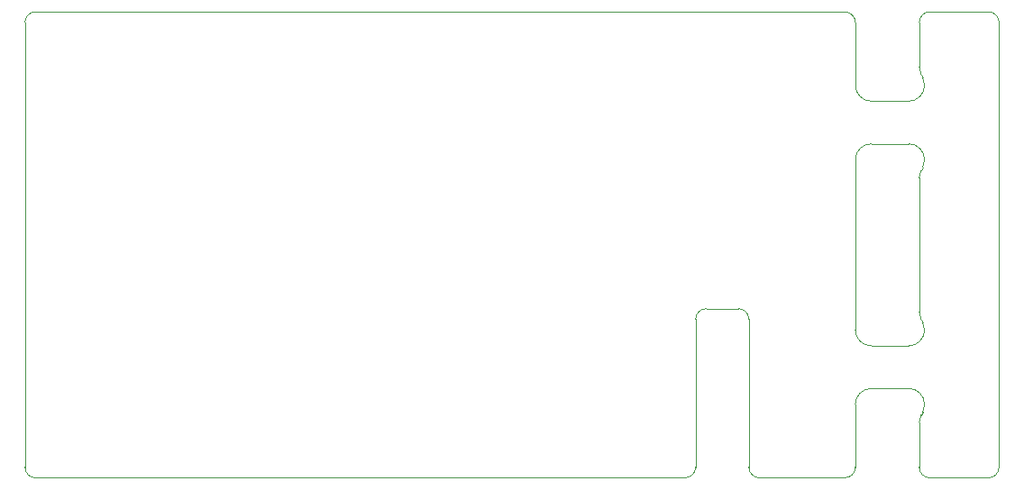
<source format=gbr>
G04 #@! TF.GenerationSoftware,KiCad,Pcbnew,(6.0.10-0)*
G04 #@! TF.CreationDate,2022-12-21T23:03:14+01:00*
G04 #@! TF.ProjectId,ATMEL-ICE-Octopus,41544d45-4c2d-4494-9345-2d4f63746f70,B5*
G04 #@! TF.SameCoordinates,Original*
G04 #@! TF.FileFunction,Profile,NP*
%FSLAX46Y46*%
G04 Gerber Fmt 4.6, Leading zero omitted, Abs format (unit mm)*
G04 Created by KiCad (PCBNEW (6.0.10-0)) date 2022-12-21 23:03:14*
%MOMM*%
%LPD*%
G01*
G04 APERTURE LIST*
G04 #@! TA.AperFunction,Profile*
%ADD10C,0.100000*%
G04 #@! TD*
G04 APERTURE END LIST*
D10*
X184000000Y-93700000D02*
X184000000Y-106300000D01*
X184320707Y-92711150D02*
G75*
G03*
X184500000Y-92000000I-1320707J711150D01*
G01*
X168000000Y-107000000D02*
G75*
G03*
X167000000Y-106000000I-1000000J0D01*
G01*
X184320707Y-115711150D02*
G75*
G03*
X184500000Y-115000000I-1320707J711150D01*
G01*
X184500000Y-108000000D02*
G75*
G03*
X184320707Y-107288850I-1500000J0D01*
G01*
X184179293Y-92988850D02*
X184320707Y-92711150D01*
X100000000Y-120900000D02*
X100000000Y-79100000D01*
X168000000Y-120900000D02*
G75*
G03*
X169000000Y-121900000I1000000J0D01*
G01*
X163000000Y-120900000D02*
X163000000Y-107000000D01*
X190500000Y-121900000D02*
G75*
G03*
X191500000Y-120900000I0J1000000D01*
G01*
X178000000Y-108000000D02*
G75*
G03*
X179500000Y-109500000I1500000J0D01*
G01*
X178000000Y-120900000D02*
X178000000Y-115000000D01*
X184000000Y-83300000D02*
G75*
G03*
X184179293Y-84011150I1500000J0D01*
G01*
X184500000Y-85000000D02*
G75*
G03*
X184320707Y-84288850I-1500000J0D01*
G01*
X183000000Y-109500000D02*
G75*
G03*
X184500000Y-108000000I0J1500000D01*
G01*
X164000000Y-106000000D02*
G75*
G03*
X163000000Y-107000000I0J-1000000D01*
G01*
X184500000Y-92000000D02*
G75*
G03*
X183000000Y-90500000I-1500000J0D01*
G01*
X178000000Y-85000000D02*
X178000000Y-79100000D01*
X184000000Y-120900000D02*
G75*
G03*
X185000000Y-121900000I1000000J0D01*
G01*
X177000000Y-121900000D02*
X169000000Y-121900000D01*
X177000000Y-121900000D02*
G75*
G03*
X178000000Y-120900000I0J1000000D01*
G01*
X177000000Y-78100000D02*
X101000000Y-78100000D01*
X162000000Y-121900000D02*
X101000000Y-121900000D01*
X184000000Y-79100000D02*
X184000000Y-83300000D01*
X190500000Y-121900000D02*
X185000000Y-121900000D01*
X183000000Y-109500000D02*
X179500000Y-109500000D01*
X184179293Y-115988850D02*
G75*
G03*
X184000000Y-116700000I1320707J-711150D01*
G01*
X178000000Y-79100000D02*
G75*
G03*
X177000000Y-78100000I-1000000J0D01*
G01*
X178000000Y-108000000D02*
X178000000Y-92000000D01*
X162000000Y-121900000D02*
G75*
G03*
X163000000Y-120900000I0J1000000D01*
G01*
X167000000Y-106000000D02*
X164000000Y-106000000D01*
X184179293Y-107011150D02*
X184320707Y-107288850D01*
X101000000Y-78100000D02*
G75*
G03*
X100000000Y-79100000I0J-1000000D01*
G01*
X184000000Y-116700000D02*
X184000000Y-120900000D01*
X185000000Y-78100000D02*
G75*
G03*
X184000000Y-79100000I0J-1000000D01*
G01*
X100000000Y-120900000D02*
G75*
G03*
X101000000Y-121900000I1000000J0D01*
G01*
X183000000Y-113500000D02*
X179500000Y-113500000D01*
X179500000Y-90500000D02*
G75*
G03*
X178000000Y-92000000I0J-1500000D01*
G01*
X184179293Y-92988850D02*
G75*
G03*
X184000000Y-93700000I1320707J-711150D01*
G01*
X184500000Y-115000000D02*
G75*
G03*
X183000000Y-113500000I-1500000J0D01*
G01*
X183000000Y-86500000D02*
G75*
G03*
X184500000Y-85000000I0J1500000D01*
G01*
X183000000Y-90500000D02*
X179500000Y-90500000D01*
X184179293Y-84011150D02*
X184320707Y-84288850D01*
X190500000Y-78100000D02*
X185000000Y-78100000D01*
X184179293Y-115988850D02*
X184320707Y-115711150D01*
X168000000Y-120900000D02*
X168000000Y-107000000D01*
X179500000Y-113500000D02*
G75*
G03*
X178000000Y-115000000I0J-1500000D01*
G01*
X191500000Y-79100000D02*
G75*
G03*
X190500000Y-78100000I-1000000J0D01*
G01*
X183000000Y-86500000D02*
X179500000Y-86500000D01*
X191500000Y-79100000D02*
X191500000Y-120900000D01*
X178000000Y-85000000D02*
G75*
G03*
X179500000Y-86500000I1500000J0D01*
G01*
X184000000Y-106300000D02*
G75*
G03*
X184179293Y-107011150I1500000J0D01*
G01*
M02*

</source>
